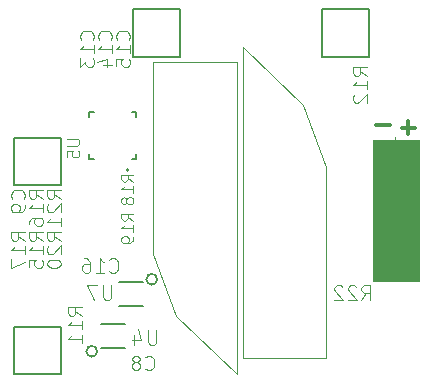
<source format=gbr>
G04 #@! TF.GenerationSoftware,KiCad,Pcbnew,(5.0.0-rc2-92-g9552e0272)*
G04 #@! TF.CreationDate,2018-06-17T01:32:07-07:00*
G04 #@! TF.ProjectId,sprite,7370726974652E6B696361645F706362,rev?*
G04 #@! TF.SameCoordinates,Original*
G04 #@! TF.FileFunction,Legend,Bot*
G04 #@! TF.FilePolarity,Positive*
%FSLAX46Y46*%
G04 Gerber Fmt 4.6, Leading zero omitted, Abs format (unit mm)*
G04 Created by KiCad (PCBNEW (5.0.0-rc2-92-g9552e0272)) date Sun Jun 17 01:32:07 2018*
%MOMM*%
%LPD*%
G01*
G04 APERTURE LIST*
%ADD10C,0.300000*%
%ADD11C,0.150000*%
%ADD12C,0.127000*%
%ADD13C,0.200000*%
%ADD14C,0.076200*%
%ADD15C,0.106479*%
%ADD16C,0.101600*%
%ADD17C,0.100000*%
G04 APERTURE END LIST*
D10*
X155130428Y-93579142D02*
X153987571Y-93579142D01*
X154559000Y-94150571D02*
X154559000Y-93007714D01*
X152971428Y-93325142D02*
X151828571Y-93325142D01*
D11*
G04 #@! TO.C,U4*
X128219905Y-112522000D02*
G75*
G03X128219905Y-112522000I-457905J0D01*
G01*
D12*
X128540000Y-112252000D02*
X130540000Y-112252000D01*
X128540000Y-110252000D02*
X130540000Y-110252000D01*
D11*
G04 #@! TO.C,U7*
X133299905Y-106426000D02*
G75*
G03X133299905Y-106426000I-457905J0D01*
G01*
D12*
X132064000Y-106696000D02*
X130064000Y-106696000D01*
X132064000Y-108696000D02*
X130064000Y-108696000D01*
D13*
G04 #@! TO.C,U5*
X130891100Y-97192074D02*
G75*
G03X130891100Y-97192074I-100000J0D01*
G01*
D12*
X131541100Y-96252074D02*
X131141100Y-96252074D01*
X131541100Y-95852074D02*
X131541100Y-96252074D01*
X131541100Y-92252074D02*
X131541100Y-92652074D01*
X131141100Y-92252074D02*
X131541100Y-92252074D01*
X127541100Y-92252074D02*
X127941100Y-92252074D01*
X127541100Y-92652074D02*
X127541100Y-92252074D01*
X127541100Y-96252074D02*
X127541100Y-95852074D01*
X127941100Y-96252074D02*
X127541100Y-96252074D01*
G04 #@! TO.C,L4*
X147241100Y-87582000D02*
X147241100Y-83582000D01*
X151241100Y-87582000D02*
X147241100Y-87582000D01*
X151241100Y-83582000D02*
X151241100Y-87582000D01*
X147241100Y-83582000D02*
X151241100Y-83582000D01*
X135241100Y-87582000D02*
X135241100Y-83582000D01*
X131241100Y-87582000D02*
X135241100Y-87582000D01*
X131241100Y-83582000D02*
X131241100Y-87582000D01*
X135241100Y-83582000D02*
X131241100Y-83582000D01*
G04 #@! TO.C,L3*
X125141100Y-98452074D02*
X121141100Y-98452074D01*
X125141100Y-94452074D02*
X125141100Y-98452074D01*
X121141100Y-94452074D02*
X125141100Y-94452074D01*
X121141100Y-98452074D02*
X121141100Y-94452074D01*
X125141100Y-110452074D02*
X121141100Y-110452074D01*
X125141100Y-114452074D02*
X125141100Y-110452074D01*
X121141100Y-114452074D02*
X125141100Y-114452074D01*
X121141100Y-110452074D02*
X121141100Y-114452074D01*
D14*
G04 #@! TO.C,B1*
G36*
X151541100Y-106652074D02*
X151541100Y-94652074D01*
X155541100Y-94652074D01*
X155541100Y-106652074D01*
X151541100Y-106652074D01*
G37*
G04 #@! TO.C,D4*
X147568181Y-96892132D02*
X147568181Y-113128131D01*
X145685250Y-91648810D02*
X147568181Y-96892132D01*
X140528182Y-86728132D02*
X145685250Y-91648810D01*
X140528182Y-113128131D02*
X140528182Y-86728132D01*
X147568181Y-113128131D02*
X140528182Y-113128131D01*
G04 #@! TO.C,D3*
X132974819Y-104278942D02*
X132974819Y-88042943D01*
X134857750Y-109522264D02*
X132974819Y-104278942D01*
X140014818Y-114442942D02*
X134857750Y-109522264D01*
X140014818Y-88042943D02*
X140014818Y-114442942D01*
X132974819Y-88042943D02*
X140014818Y-88042943D01*
G04 #@! TO.C,U4*
D15*
X133233731Y-110689348D02*
X133233731Y-111712942D01*
X133173520Y-111833365D01*
X133113308Y-111893577D01*
X132992885Y-111953788D01*
X132752040Y-111953788D01*
X132631617Y-111893577D01*
X132571405Y-111833365D01*
X132511194Y-111712942D01*
X132511194Y-110689348D01*
X131367177Y-111110828D02*
X131367177Y-111953788D01*
X131668234Y-110629137D02*
X131969291Y-111532308D01*
X131186542Y-111532308D01*
G04 #@! TO.C,U7*
X129423731Y-106879348D02*
X129423731Y-107902942D01*
X129363520Y-108023365D01*
X129303308Y-108083577D01*
X129182885Y-108143788D01*
X128942040Y-108143788D01*
X128821617Y-108083577D01*
X128761405Y-108023365D01*
X128701194Y-107902942D01*
X128701194Y-106879348D01*
X128219502Y-106879348D02*
X127376542Y-106879348D01*
X127918445Y-108143788D01*
G04 #@! TO.C,R17*
D16*
X122116547Y-103150730D02*
X121542023Y-102748563D01*
X122116547Y-102461301D02*
X120910047Y-102461301D01*
X120910047Y-102920920D01*
X120967500Y-103035825D01*
X121024952Y-103093278D01*
X121139857Y-103150730D01*
X121312214Y-103150730D01*
X121427119Y-103093278D01*
X121484571Y-103035825D01*
X121542023Y-102920920D01*
X121542023Y-102461301D01*
X122116547Y-104299778D02*
X122116547Y-103610349D01*
X122116547Y-103955063D02*
X120910047Y-103955063D01*
X121082404Y-103840159D01*
X121197309Y-103725254D01*
X121254761Y-103610349D01*
X120910047Y-104701944D02*
X120910047Y-105506278D01*
X122116547Y-104989206D01*
G04 #@! TO.C,R20*
X125164547Y-103150730D02*
X124590023Y-102748563D01*
X125164547Y-102461301D02*
X123958047Y-102461301D01*
X123958047Y-102920920D01*
X124015500Y-103035825D01*
X124072952Y-103093278D01*
X124187857Y-103150730D01*
X124360214Y-103150730D01*
X124475119Y-103093278D01*
X124532571Y-103035825D01*
X124590023Y-102920920D01*
X124590023Y-102461301D01*
X124072952Y-103610349D02*
X124015500Y-103667801D01*
X123958047Y-103782706D01*
X123958047Y-104069968D01*
X124015500Y-104184873D01*
X124072952Y-104242325D01*
X124187857Y-104299778D01*
X124302761Y-104299778D01*
X124475119Y-104242325D01*
X125164547Y-103552897D01*
X125164547Y-104299778D01*
X123958047Y-105046659D02*
X123958047Y-105161563D01*
X124015500Y-105276468D01*
X124072952Y-105333920D01*
X124187857Y-105391373D01*
X124417666Y-105448825D01*
X124704928Y-105448825D01*
X124934738Y-105391373D01*
X125049642Y-105333920D01*
X125107095Y-105276468D01*
X125164547Y-105161563D01*
X125164547Y-105046659D01*
X125107095Y-104931754D01*
X125049642Y-104874301D01*
X124934738Y-104816849D01*
X124704928Y-104759397D01*
X124417666Y-104759397D01*
X124187857Y-104816849D01*
X124072952Y-104874301D01*
X124015500Y-104931754D01*
X123958047Y-105046659D01*
G04 #@! TO.C,U5*
D17*
X125698380Y-94537095D02*
X126507904Y-94537095D01*
X126603142Y-94584714D01*
X126650761Y-94632333D01*
X126698380Y-94727571D01*
X126698380Y-94918047D01*
X126650761Y-95013285D01*
X126603142Y-95060904D01*
X126507904Y-95108523D01*
X125698380Y-95108523D01*
X125698380Y-96060904D02*
X125698380Y-95584714D01*
X126174571Y-95537095D01*
X126126952Y-95584714D01*
X126079333Y-95679952D01*
X126079333Y-95918047D01*
X126126952Y-96013285D01*
X126174571Y-96060904D01*
X126269809Y-96108523D01*
X126507904Y-96108523D01*
X126603142Y-96060904D01*
X126650761Y-96013285D01*
X126698380Y-95918047D01*
X126698380Y-95679952D01*
X126650761Y-95584714D01*
X126603142Y-95537095D01*
G04 #@! TO.C,C16*
D16*
X129259269Y-105745642D02*
X129316721Y-105803095D01*
X129489079Y-105860547D01*
X129603983Y-105860547D01*
X129776340Y-105803095D01*
X129891245Y-105688190D01*
X129948698Y-105573285D01*
X130006150Y-105343476D01*
X130006150Y-105171119D01*
X129948698Y-104941309D01*
X129891245Y-104826404D01*
X129776340Y-104711500D01*
X129603983Y-104654047D01*
X129489079Y-104654047D01*
X129316721Y-104711500D01*
X129259269Y-104768952D01*
X128110221Y-105860547D02*
X128799650Y-105860547D01*
X128454936Y-105860547D02*
X128454936Y-104654047D01*
X128569840Y-104826404D01*
X128684745Y-104941309D01*
X128799650Y-104998761D01*
X127076079Y-104654047D02*
X127305888Y-104654047D01*
X127420793Y-104711500D01*
X127478245Y-104768952D01*
X127593150Y-104941309D01*
X127650602Y-105171119D01*
X127650602Y-105630738D01*
X127593150Y-105745642D01*
X127535698Y-105803095D01*
X127420793Y-105860547D01*
X127190983Y-105860547D01*
X127076079Y-105803095D01*
X127018626Y-105745642D01*
X126961174Y-105630738D01*
X126961174Y-105343476D01*
X127018626Y-105228571D01*
X127076079Y-105171119D01*
X127190983Y-105113666D01*
X127420793Y-105113666D01*
X127535698Y-105171119D01*
X127593150Y-105228571D01*
X127650602Y-105343476D01*
G04 #@! TO.C,R19*
D17*
X131270380Y-101458523D02*
X130794190Y-101125190D01*
X131270380Y-100887095D02*
X130270380Y-100887095D01*
X130270380Y-101268047D01*
X130318000Y-101363285D01*
X130365619Y-101410904D01*
X130460857Y-101458523D01*
X130603714Y-101458523D01*
X130698952Y-101410904D01*
X130746571Y-101363285D01*
X130794190Y-101268047D01*
X130794190Y-100887095D01*
X131270380Y-102410904D02*
X131270380Y-101839476D01*
X131270380Y-102125190D02*
X130270380Y-102125190D01*
X130413238Y-102029952D01*
X130508476Y-101934714D01*
X130556095Y-101839476D01*
X131270380Y-102887095D02*
X131270380Y-103077571D01*
X131222761Y-103172809D01*
X131175142Y-103220428D01*
X131032285Y-103315666D01*
X130841809Y-103363285D01*
X130460857Y-103363285D01*
X130365619Y-103315666D01*
X130318000Y-103268047D01*
X130270380Y-103172809D01*
X130270380Y-102982333D01*
X130318000Y-102887095D01*
X130365619Y-102839476D01*
X130460857Y-102791857D01*
X130698952Y-102791857D01*
X130794190Y-102839476D01*
X130841809Y-102887095D01*
X130889428Y-102982333D01*
X130889428Y-103172809D01*
X130841809Y-103268047D01*
X130794190Y-103315666D01*
X130698952Y-103363285D01*
G04 #@! TO.C,B1*
D16*
X153424028Y-94405375D02*
X153424028Y-95324614D01*
X153883647Y-94864994D02*
X152964409Y-94864994D01*
G04 #@! TO.C,R22*
X150595269Y-108146547D02*
X150997436Y-107572023D01*
X151284698Y-108146547D02*
X151284698Y-106940047D01*
X150825079Y-106940047D01*
X150710174Y-106997500D01*
X150652721Y-107054952D01*
X150595269Y-107169857D01*
X150595269Y-107342214D01*
X150652721Y-107457119D01*
X150710174Y-107514571D01*
X150825079Y-107572023D01*
X151284698Y-107572023D01*
X150135650Y-107054952D02*
X150078198Y-106997500D01*
X149963293Y-106940047D01*
X149676031Y-106940047D01*
X149561126Y-106997500D01*
X149503674Y-107054952D01*
X149446221Y-107169857D01*
X149446221Y-107284761D01*
X149503674Y-107457119D01*
X150193102Y-108146547D01*
X149446221Y-108146547D01*
X148986602Y-107054952D02*
X148929150Y-106997500D01*
X148814245Y-106940047D01*
X148526983Y-106940047D01*
X148412079Y-106997500D01*
X148354626Y-107054952D01*
X148297174Y-107169857D01*
X148297174Y-107284761D01*
X148354626Y-107457119D01*
X149044055Y-108146547D01*
X148297174Y-108146547D01*
G04 #@! TO.C,R21*
X125164547Y-99594730D02*
X124590023Y-99192563D01*
X125164547Y-98905301D02*
X123958047Y-98905301D01*
X123958047Y-99364920D01*
X124015500Y-99479825D01*
X124072952Y-99537278D01*
X124187857Y-99594730D01*
X124360214Y-99594730D01*
X124475119Y-99537278D01*
X124532571Y-99479825D01*
X124590023Y-99364920D01*
X124590023Y-98905301D01*
X124072952Y-100054349D02*
X124015500Y-100111801D01*
X123958047Y-100226706D01*
X123958047Y-100513968D01*
X124015500Y-100628873D01*
X124072952Y-100686325D01*
X124187857Y-100743778D01*
X124302761Y-100743778D01*
X124475119Y-100686325D01*
X125164547Y-99996897D01*
X125164547Y-100743778D01*
X125164547Y-101892825D02*
X125164547Y-101203397D01*
X125164547Y-101548111D02*
X123958047Y-101548111D01*
X124130404Y-101433206D01*
X124245309Y-101318301D01*
X124302761Y-101203397D01*
G04 #@! TO.C,R18*
D17*
X131270380Y-98156523D02*
X130794190Y-97823190D01*
X131270380Y-97585095D02*
X130270380Y-97585095D01*
X130270380Y-97966047D01*
X130318000Y-98061285D01*
X130365619Y-98108904D01*
X130460857Y-98156523D01*
X130603714Y-98156523D01*
X130698952Y-98108904D01*
X130746571Y-98061285D01*
X130794190Y-97966047D01*
X130794190Y-97585095D01*
X131270380Y-99108904D02*
X131270380Y-98537476D01*
X131270380Y-98823190D02*
X130270380Y-98823190D01*
X130413238Y-98727952D01*
X130508476Y-98632714D01*
X130556095Y-98537476D01*
X130698952Y-99680333D02*
X130651333Y-99585095D01*
X130603714Y-99537476D01*
X130508476Y-99489857D01*
X130460857Y-99489857D01*
X130365619Y-99537476D01*
X130318000Y-99585095D01*
X130270380Y-99680333D01*
X130270380Y-99870809D01*
X130318000Y-99966047D01*
X130365619Y-100013666D01*
X130460857Y-100061285D01*
X130508476Y-100061285D01*
X130603714Y-100013666D01*
X130651333Y-99966047D01*
X130698952Y-99870809D01*
X130698952Y-99680333D01*
X130746571Y-99585095D01*
X130794190Y-99537476D01*
X130889428Y-99489857D01*
X131079904Y-99489857D01*
X131175142Y-99537476D01*
X131222761Y-99585095D01*
X131270380Y-99680333D01*
X131270380Y-99870809D01*
X131222761Y-99966047D01*
X131175142Y-100013666D01*
X131079904Y-100061285D01*
X130889428Y-100061285D01*
X130794190Y-100013666D01*
X130746571Y-99966047D01*
X130698952Y-99870809D01*
G04 #@! TO.C,R11*
D16*
X126942547Y-109500730D02*
X126368023Y-109098563D01*
X126942547Y-108811301D02*
X125736047Y-108811301D01*
X125736047Y-109270920D01*
X125793500Y-109385825D01*
X125850952Y-109443278D01*
X125965857Y-109500730D01*
X126138214Y-109500730D01*
X126253119Y-109443278D01*
X126310571Y-109385825D01*
X126368023Y-109270920D01*
X126368023Y-108811301D01*
X126942547Y-110649778D02*
X126942547Y-109960349D01*
X126942547Y-110305063D02*
X125736047Y-110305063D01*
X125908404Y-110190159D01*
X126023309Y-110075254D01*
X126080761Y-109960349D01*
X126942547Y-111798825D02*
X126942547Y-111109397D01*
X126942547Y-111454111D02*
X125736047Y-111454111D01*
X125908404Y-111339206D01*
X126023309Y-111224301D01*
X126080761Y-111109397D01*
G04 #@! TO.C,R12*
X151072547Y-89180730D02*
X150498023Y-88778563D01*
X151072547Y-88491301D02*
X149866047Y-88491301D01*
X149866047Y-88950920D01*
X149923500Y-89065825D01*
X149980952Y-89123278D01*
X150095857Y-89180730D01*
X150268214Y-89180730D01*
X150383119Y-89123278D01*
X150440571Y-89065825D01*
X150498023Y-88950920D01*
X150498023Y-88491301D01*
X151072547Y-90329778D02*
X151072547Y-89640349D01*
X151072547Y-89985063D02*
X149866047Y-89985063D01*
X150038404Y-89870159D01*
X150153309Y-89755254D01*
X150210761Y-89640349D01*
X149980952Y-90789397D02*
X149923500Y-90846849D01*
X149866047Y-90961754D01*
X149866047Y-91249016D01*
X149923500Y-91363920D01*
X149980952Y-91421373D01*
X150095857Y-91478825D01*
X150210761Y-91478825D01*
X150383119Y-91421373D01*
X151072547Y-90731944D01*
X151072547Y-91478825D01*
G04 #@! TO.C,R16*
X123640547Y-99594730D02*
X123066023Y-99192563D01*
X123640547Y-98905301D02*
X122434047Y-98905301D01*
X122434047Y-99364920D01*
X122491500Y-99479825D01*
X122548952Y-99537278D01*
X122663857Y-99594730D01*
X122836214Y-99594730D01*
X122951119Y-99537278D01*
X123008571Y-99479825D01*
X123066023Y-99364920D01*
X123066023Y-98905301D01*
X123640547Y-100743778D02*
X123640547Y-100054349D01*
X123640547Y-100399063D02*
X122434047Y-100399063D01*
X122606404Y-100284159D01*
X122721309Y-100169254D01*
X122778761Y-100054349D01*
X122434047Y-101777920D02*
X122434047Y-101548111D01*
X122491500Y-101433206D01*
X122548952Y-101375754D01*
X122721309Y-101260849D01*
X122951119Y-101203397D01*
X123410738Y-101203397D01*
X123525642Y-101260849D01*
X123583095Y-101318301D01*
X123640547Y-101433206D01*
X123640547Y-101663016D01*
X123583095Y-101777920D01*
X123525642Y-101835373D01*
X123410738Y-101892825D01*
X123123476Y-101892825D01*
X123008571Y-101835373D01*
X122951119Y-101777920D01*
X122893666Y-101663016D01*
X122893666Y-101433206D01*
X122951119Y-101318301D01*
X123008571Y-101260849D01*
X123123476Y-101203397D01*
G04 #@! TO.C,R15*
X123640547Y-103150730D02*
X123066023Y-102748563D01*
X123640547Y-102461301D02*
X122434047Y-102461301D01*
X122434047Y-102920920D01*
X122491500Y-103035825D01*
X122548952Y-103093278D01*
X122663857Y-103150730D01*
X122836214Y-103150730D01*
X122951119Y-103093278D01*
X123008571Y-103035825D01*
X123066023Y-102920920D01*
X123066023Y-102461301D01*
X123640547Y-104299778D02*
X123640547Y-103610349D01*
X123640547Y-103955063D02*
X122434047Y-103955063D01*
X122606404Y-103840159D01*
X122721309Y-103725254D01*
X122778761Y-103610349D01*
X122434047Y-105391373D02*
X122434047Y-104816849D01*
X123008571Y-104759397D01*
X122951119Y-104816849D01*
X122893666Y-104931754D01*
X122893666Y-105219016D01*
X122951119Y-105333920D01*
X123008571Y-105391373D01*
X123123476Y-105448825D01*
X123410738Y-105448825D01*
X123525642Y-105391373D01*
X123583095Y-105333920D01*
X123640547Y-105219016D01*
X123640547Y-104931754D01*
X123583095Y-104816849D01*
X123525642Y-104759397D01*
G04 #@! TO.C,C14*
X129367642Y-86132730D02*
X129425095Y-86075278D01*
X129482547Y-85902920D01*
X129482547Y-85788016D01*
X129425095Y-85615659D01*
X129310190Y-85500754D01*
X129195285Y-85443301D01*
X128965476Y-85385849D01*
X128793119Y-85385849D01*
X128563309Y-85443301D01*
X128448404Y-85500754D01*
X128333500Y-85615659D01*
X128276047Y-85788016D01*
X128276047Y-85902920D01*
X128333500Y-86075278D01*
X128390952Y-86132730D01*
X129482547Y-87281778D02*
X129482547Y-86592349D01*
X129482547Y-86937063D02*
X128276047Y-86937063D01*
X128448404Y-86822159D01*
X128563309Y-86707254D01*
X128620761Y-86592349D01*
X128678214Y-88315920D02*
X129482547Y-88315920D01*
X128218595Y-88028659D02*
X129080380Y-87741397D01*
X129080380Y-88488278D01*
G04 #@! TO.C,C15*
X130891642Y-86132730D02*
X130949095Y-86075278D01*
X131006547Y-85902920D01*
X131006547Y-85788016D01*
X130949095Y-85615659D01*
X130834190Y-85500754D01*
X130719285Y-85443301D01*
X130489476Y-85385849D01*
X130317119Y-85385849D01*
X130087309Y-85443301D01*
X129972404Y-85500754D01*
X129857500Y-85615659D01*
X129800047Y-85788016D01*
X129800047Y-85902920D01*
X129857500Y-86075278D01*
X129914952Y-86132730D01*
X131006547Y-87281778D02*
X131006547Y-86592349D01*
X131006547Y-86937063D02*
X129800047Y-86937063D01*
X129972404Y-86822159D01*
X130087309Y-86707254D01*
X130144761Y-86592349D01*
X129800047Y-88373373D02*
X129800047Y-87798849D01*
X130374571Y-87741397D01*
X130317119Y-87798849D01*
X130259666Y-87913754D01*
X130259666Y-88201016D01*
X130317119Y-88315920D01*
X130374571Y-88373373D01*
X130489476Y-88430825D01*
X130776738Y-88430825D01*
X130891642Y-88373373D01*
X130949095Y-88315920D01*
X131006547Y-88201016D01*
X131006547Y-87913754D01*
X130949095Y-87798849D01*
X130891642Y-87741397D01*
G04 #@! TO.C,C13*
X127843642Y-86132730D02*
X127901095Y-86075278D01*
X127958547Y-85902920D01*
X127958547Y-85788016D01*
X127901095Y-85615659D01*
X127786190Y-85500754D01*
X127671285Y-85443301D01*
X127441476Y-85385849D01*
X127269119Y-85385849D01*
X127039309Y-85443301D01*
X126924404Y-85500754D01*
X126809500Y-85615659D01*
X126752047Y-85788016D01*
X126752047Y-85902920D01*
X126809500Y-86075278D01*
X126866952Y-86132730D01*
X127958547Y-87281778D02*
X127958547Y-86592349D01*
X127958547Y-86937063D02*
X126752047Y-86937063D01*
X126924404Y-86822159D01*
X127039309Y-86707254D01*
X127096761Y-86592349D01*
X126752047Y-87683944D02*
X126752047Y-88430825D01*
X127211666Y-88028659D01*
X127211666Y-88201016D01*
X127269119Y-88315920D01*
X127326571Y-88373373D01*
X127441476Y-88430825D01*
X127728738Y-88430825D01*
X127843642Y-88373373D01*
X127901095Y-88315920D01*
X127958547Y-88201016D01*
X127958547Y-87856301D01*
X127901095Y-87741397D01*
X127843642Y-87683944D01*
G04 #@! TO.C,C9*
X122001642Y-99594730D02*
X122059095Y-99537278D01*
X122116547Y-99364920D01*
X122116547Y-99250016D01*
X122059095Y-99077659D01*
X121944190Y-98962754D01*
X121829285Y-98905301D01*
X121599476Y-98847849D01*
X121427119Y-98847849D01*
X121197309Y-98905301D01*
X121082404Y-98962754D01*
X120967500Y-99077659D01*
X120910047Y-99250016D01*
X120910047Y-99364920D01*
X120967500Y-99537278D01*
X121024952Y-99594730D01*
X122116547Y-100169254D02*
X122116547Y-100399063D01*
X122059095Y-100513968D01*
X122001642Y-100571420D01*
X121829285Y-100686325D01*
X121599476Y-100743778D01*
X121139857Y-100743778D01*
X121024952Y-100686325D01*
X120967500Y-100628873D01*
X120910047Y-100513968D01*
X120910047Y-100284159D01*
X120967500Y-100169254D01*
X121024952Y-100111801D01*
X121139857Y-100054349D01*
X121427119Y-100054349D01*
X121542023Y-100111801D01*
X121599476Y-100169254D01*
X121656928Y-100284159D01*
X121656928Y-100513968D01*
X121599476Y-100628873D01*
X121542023Y-100686325D01*
X121427119Y-100743778D01*
G04 #@! TO.C,C8*
X132307269Y-114000642D02*
X132364721Y-114058095D01*
X132537079Y-114115547D01*
X132651983Y-114115547D01*
X132824340Y-114058095D01*
X132939245Y-113943190D01*
X132996698Y-113828285D01*
X133054150Y-113598476D01*
X133054150Y-113426119D01*
X132996698Y-113196309D01*
X132939245Y-113081404D01*
X132824340Y-112966500D01*
X132651983Y-112909047D01*
X132537079Y-112909047D01*
X132364721Y-112966500D01*
X132307269Y-113023952D01*
X131617840Y-113426119D02*
X131732745Y-113368666D01*
X131790198Y-113311214D01*
X131847650Y-113196309D01*
X131847650Y-113138857D01*
X131790198Y-113023952D01*
X131732745Y-112966500D01*
X131617840Y-112909047D01*
X131388031Y-112909047D01*
X131273126Y-112966500D01*
X131215674Y-113023952D01*
X131158221Y-113138857D01*
X131158221Y-113196309D01*
X131215674Y-113311214D01*
X131273126Y-113368666D01*
X131388031Y-113426119D01*
X131617840Y-113426119D01*
X131732745Y-113483571D01*
X131790198Y-113541023D01*
X131847650Y-113655928D01*
X131847650Y-113885738D01*
X131790198Y-114000642D01*
X131732745Y-114058095D01*
X131617840Y-114115547D01*
X131388031Y-114115547D01*
X131273126Y-114058095D01*
X131215674Y-114000642D01*
X131158221Y-113885738D01*
X131158221Y-113655928D01*
X131215674Y-113541023D01*
X131273126Y-113483571D01*
X131388031Y-113426119D01*
G04 #@! TD*
M02*

</source>
